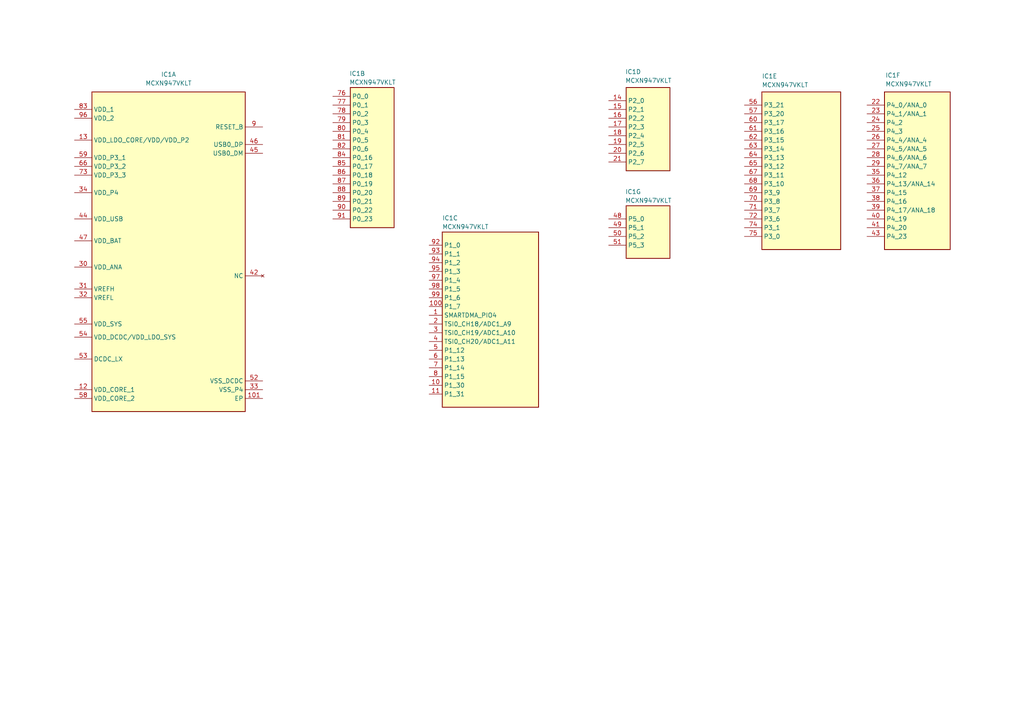
<source format=kicad_sch>
(kicad_sch (version 20250114) (generator "eeschema") (generator_version "9.0")
  (paper "A4")
  (lib_symbols
    (symbol "oresat-ics:MCXN947VKLT"
      (property "Reference" "IC1" (at 6.35 4.572 0))
      (property "Value" "MCXN947VKLT" (at 6.35 2.032 0))
      (symbol "MCXN947VKLT_1_1"
        (rectangle (start 0 0) (end 44.45 -92.71) (stroke (width 0.254)) (fill (type background)))
        (pin passive line (at -5.08 -5.08 0) (length 5.08) (name "VDD_1") (number "83"))
        (pin passive line (at -5.08 -7.62 0) (length 5.08) (name "VDD_2") (number "96"))
        (pin passive line (at -5.08 -13.97 0) (length 5.08) (name "VDD_LDO_CORE/VDD/VDD_P2") (number "13"))
        (pin passive line (at -5.08 -19.05 0) (length 5.08) (name "VDD_P3_1") (number "59"))
        (pin passive line (at -5.08 -21.59 0) (length 5.08) (name "VDD_P3_2") (number "66"))
        (pin passive line (at -5.08 -24.13 0) (length 5.08) (name "VDD_P3_3") (number "73"))
        (pin passive line (at -5.08 -29.21 0) (length 5.08) (name "VDD_P4") (number "34"))
        (pin passive line (at -5.08 -36.83 0) (length 5.08) (name "VDD_USB") (number "44"))
        (pin passive line (at -5.08 -43.18 0) (length 5.08) (name "VDD_BAT") (number "47"))
        (pin passive line (at -5.08 -50.8 0) (length 5.08) (name "VDD_ANA") (number "30"))
        (pin passive line (at -5.08 -57.15 0) (length 5.08) (name "VREFH") (number "31"))
        (pin passive line (at -5.08 -59.69 0) (length 5.08) (name "VREFL") (number "32"))
        (pin passive line (at -5.08 -67.31 0) (length 5.08) (name "VDD_SYS") (number "55"))
        (pin passive line (at -5.08 -71.12 0) (length 5.08) (name "VDD_DCDC/VDD_LDO_SYS") (number "54"))
        (pin passive line (at -5.08 -77.47 0) (length 5.08) (name "DCDC_LX") (number "53"))
        (pin passive line (at -5.08 -86.36 0) (length 5.08) (name "VDD_CORE_1") (number "12"))
        (pin passive line (at -5.08 -88.9 0) (length 5.08) (name "VDD_CORE_2") (number "58"))
        (pin passive line (at 49.53 -10.16 180) (length 5.08) (name "RESET_B") (number "9"))
        (pin passive line (at 49.53 -15.24 180) (length 5.08) (name "USB0_DP") (number "46"))
        (pin passive line (at 49.53 -17.78 180) (length 5.08) (name "USB0_DM") (number "45"))
        (pin no_connect line (at 49.53 -53.34 180) (length 5.08) (name "NC") (number "42"))
        (pin passive line (at 49.53 -83.82 180) (length 5.08) (name "VSS_DCDC") (number "52"))
        (pin passive line (at 49.53 -86.36 180) (length 5.08) (name "VSS_P4") (number "33"))
        (pin passive line (at 49.53 -88.9 180) (length 5.08) (name "EP") (number "101"))
      )
      (symbol "MCXN947VKLT_2_1"
        (rectangle (start 0 0) (end 12.7 -40.64) (stroke (width 0.254)) (fill (type background)))
        (pin passive line (at -5.08 -2.54 0) (length 5.08) (name "P0_0") (number "76"))
        (pin passive line (at -5.08 -5.08 0) (length 5.08) (name "P0_1") (number "77"))
        (pin passive line (at -5.08 -7.62 0) (length 5.08) (name "P0_2") (number "78"))
        (pin passive line (at -5.08 -10.16 0) (length 5.08) (name "P0_3") (number "79"))
        (pin passive line (at -5.08 -12.7 0) (length 5.08) (name "P0_4") (number "80"))
        (pin passive line (at -5.08 -15.24 0) (length 5.08) (name "P0_5") (number "81"))
        (pin passive line (at -5.08 -17.78 0) (length 5.08) (name "P0_6") (number "82"))
        (pin passive line (at -5.08 -20.32 0) (length 5.08) (name "P0_16") (number "84"))
        (pin passive line (at -5.08 -22.86 0) (length 5.08) (name "P0_17") (number "85"))
        (pin passive line (at -5.08 -25.4 0) (length 5.08) (name "P0_18") (number "86"))
        (pin passive line (at -5.08 -27.94 0) (length 5.08) (name "P0_19") (number "87"))
        (pin passive line (at -5.08 -30.48 0) (length 5.08) (name "P0_20") (number "88"))
        (pin passive line (at -5.08 -33.02 0) (length 5.08) (name "P0_21") (number "89"))
        (pin passive line (at -5.08 -35.56 0) (length 5.08) (name "P0_22") (number "90"))
        (pin passive line (at -5.08 -38.1 0) (length 5.08) (name "P0_23") (number "91"))
      )
      (symbol "MCXN947VKLT_3_1"
        (rectangle (start 0 0) (end 27.94 -50.8) (stroke (width 0.254)) (fill (type background)))
        (pin passive line (at -3.81 -3.81 0) (length 3.81) (name "P1_0") (number "92"))
        (pin passive line (at -3.81 -6.35 0) (length 3.81) (name "P1_1") (number "93"))
        (pin passive line (at -3.81 -8.89 0) (length 3.81) (name "P1_2") (number "94"))
        (pin passive line (at -3.81 -11.43 0) (length 3.81) (name "P1_3") (number "95"))
        (pin passive line (at -3.81 -13.97 0) (length 3.81) (name "P1_4") (number "97"))
        (pin passive line (at -3.81 -16.51 0) (length 3.81) (name "P1_5") (number "98"))
        (pin passive line (at -3.81 -19.05 0) (length 3.81) (name "P1_6") (number "99"))
        (pin passive line (at -3.81 -21.59 0) (length 3.81) (name "P1_7") (number "100"))
        (pin passive line (at -3.81 -24.13 0) (length 3.81) (name "P1_8") (number "1") (alternate "SMARTDMA_PIO4" passive line))
        (pin passive line (at -3.81 -26.67 0) (length 3.81) (name "P1_9") (number "2") (alternate "TSI0_CH18/ADC1_A9" passive line))
        (pin passive line (at -3.81 -29.21 0) (length 3.81) (name "P1_10") (number "3") (alternate "TSI0_CH19/ADC1_A10" passive line))
        (pin passive line (at -3.81 -31.75 0) (length 3.81) (name "P1_11") (number "4") (alternate "TSI0_CH20/ADC1_A11" passive line))
        (pin passive line (at -3.81 -34.29 0) (length 3.81) (name "P1_12") (number "5"))
        (pin passive line (at -3.81 -36.83 0) (length 3.81) (name "P1_13") (number "6"))
        (pin passive line (at -3.81 -39.37 0) (length 3.81) (name "P1_14") (number "7"))
        (pin passive line (at -3.81 -41.91 0) (length 3.81) (name "P1_15") (number "8"))
        (pin passive line (at -3.81 -44.45 0) (length 3.81) (name "P1_30") (number "10"))
        (pin passive line (at -3.81 -46.99 0) (length 3.81) (name "P1_31") (number "11"))
      )
      (symbol "MCXN947VKLT_4_1"
        (rectangle (start 0 0) (end 12.7 -24.13) (stroke (width 0.254)) (fill (type background)))
        (pin passive line (at -5.08 -3.81 0) (length 5.08) (name "P2_0") (number "14"))
        (pin passive line (at -5.08 -6.35 0) (length 5.08) (name "P2_1") (number "15"))
        (pin passive line (at -5.08 -8.89 0) (length 5.08) (name "P2_2") (number "16"))
        (pin passive line (at -5.08 -11.43 0) (length 5.08) (name "P2_3") (number "17"))
        (pin passive line (at -5.08 -13.97 0) (length 5.08) (name "P2_4") (number "18"))
        (pin passive line (at -5.08 -16.51 0) (length 5.08) (name "P2_5") (number "19"))
        (pin passive line (at -5.08 -19.05 0) (length 5.08) (name "P2_6") (number "20"))
        (pin passive line (at -5.08 -21.59 0) (length 5.08) (name "P2_7") (number "21"))
      )
      (symbol "MCXN947VKLT_5_1"
        (rectangle (start 0 0) (end 22.86 -45.72) (stroke (width 0.254)) (fill (type background)))
        (pin passive line (at -5.08 -3.81 0) (length 5.08) (name "P3_21") (number "56"))
        (pin passive line (at -5.08 -6.35 0) (length 5.08) (name "P3_20") (number "57"))
        (pin passive line (at -5.08 -8.89 0) (length 5.08) (name "P3_17") (number "60"))
        (pin passive line (at -5.08 -11.43 0) (length 5.08) (name "P3_16") (number "61"))
        (pin passive line (at -5.08 -13.97 0) (length 5.08) (name "P3_15") (number "62"))
        (pin passive line (at -5.08 -16.51 0) (length 5.08) (name "P3_14") (number "63"))
        (pin passive line (at -5.08 -19.05 0) (length 5.08) (name "P3_13") (number "64"))
        (pin passive line (at -5.08 -21.59 0) (length 5.08) (name "P3_12") (number "65"))
        (pin passive line (at -5.08 -24.13 0) (length 5.08) (name "P3_11") (number "67"))
        (pin passive line (at -5.08 -26.67 0) (length 5.08) (name "P3_10") (number "68"))
        (pin passive line (at -5.08 -29.21 0) (length 5.08) (name "P3_9") (number "69"))
        (pin passive line (at -5.08 -31.75 0) (length 5.08) (name "P3_8") (number "70"))
        (pin passive line (at -5.08 -34.29 0) (length 5.08) (name "P3_7") (number "71"))
        (pin passive line (at -5.08 -36.83 0) (length 5.08) (name "P3_6") (number "72"))
        (pin passive line (at -5.08 -39.37 0) (length 5.08) (name "P3_1") (number "74"))
        (pin passive line (at -5.08 -41.91 0) (length 5.08) (name "P3_0") (number "75"))
      )
      (symbol "MCXN947VKLT_6_1"
        (rectangle (start 0 0) (end 19.05 -45.72) (stroke (width 0.254)) (fill (type background)))
        (pin passive line (at -5.08 -3.81 0) (length 5.08) (name "P4_0/ANA_0") (number "22"))
        (pin passive line (at -5.08 -6.35 0) (length 5.08) (name "P4_1/ANA_1") (number "23"))
        (pin passive line (at -5.08 -8.89 0) (length 5.08) (name "P4_2") (number "24"))
        (pin passive line (at -5.08 -11.43 0) (length 5.08) (name "P4_3") (number "25"))
        (pin passive line (at -5.08 -13.97 0) (length 5.08) (name "P4_4/ANA_4") (number "26"))
        (pin passive line (at -5.08 -16.51 0) (length 5.08) (name "P4_5/ANA_5") (number "27"))
        (pin passive line (at -5.08 -19.05 0) (length 5.08) (name "P4_6/ANA_6") (number "28"))
        (pin passive line (at -5.08 -21.59 0) (length 5.08) (name "P4_7/ANA_7") (number "29"))
        (pin passive line (at -5.08 -24.13 0) (length 5.08) (name "P4_12") (number "35"))
        (pin passive line (at -5.08 -26.67 0) (length 5.08) (name "P4_13/ANA_14") (number "36"))
        (pin passive line (at -5.08 -29.21 0) (length 5.08) (name "P4_15") (number "37"))
        (pin passive line (at -5.08 -31.75 0) (length 5.08) (name "P4_16") (number "38"))
        (pin passive line (at -5.08 -34.29 0) (length 5.08) (name "P4_17/ANA_18") (number "39"))
        (pin passive line (at -5.08 -36.83 0) (length 5.08) (name "P4_19") (number "40"))
        (pin passive line (at -5.08 -39.37 0) (length 5.08) (name "P4_20") (number "41"))
        (pin passive line (at -5.08 -41.91 0) (length 5.08) (name "P4_23") (number "43"))
      )
      (symbol "MCXN947VKLT_7_1"
        (rectangle (start 0 0) (end 12.7 -15.24) (stroke (width 0.254)) (fill (type background)))
        (pin passive line (at -5.08 -3.81 0) (length 5.08) (name "P5_0") (number "48"))
        (pin passive line (at -5.08 -6.35 0) (length 5.08) (name "P5_1") (number "49"))
        (pin passive line (at -5.08 -8.89 0) (length 5.08) (name "P5_2") (number "50"))
        (pin passive line (at -5.08 -11.43 0) (length 5.08) (name "P5_3") (number "51"))
      )
    )
  )
  (symbol (lib_id "oresat-ics:MCXN947VKLT") (at 101.6 25.4 0) (unit 2)
    (property "Reference" "IC1" (at 101.346 21.336 0) (effects (justify left)))
    (property "Value" "MCXN947VKLT" (at 101.346 23.876 0) (effects (justify left)))
    (property "Footprint" "oresat-ics:MCXN947KVLT-QFP50P1600X1600X160-101N" (effects (hide yes)))
    (property "Datasheet" "https://www.nxp.com/docs/en/data-sheet/MCXNx4xDS.pdf" (effects (hide yes)))
    (property "Description" "ARM Microcontrollers - MCU MCXN10, 100HLQFP (also MCXN947VNLT)" (effects (hide yes)))
    (property "Height" "1.6" (effects (hide yes)))
    (property "Manufacturer_Name" "NXP" (effects (hide yes)))
    (property "Manufacturer_Part_Number" "MCXN947VNLT" (effects (hide yes)))
    (property "Mouser Part Number" "771-MCXN947VNLT" (effects (hide yes)))
    (property "Mouser Price/Stock" "https://www.mouser.co.uk/ProductDetail/NXP-Semiconductors/MCXN947VNLT?qs=Z%252BL2brAPG1JdBwTv%2FdATDA%3D%3D" (effects (hide yes)))
    (property "Arrow Part Number" "MCXN947VNLT" (effects (hide yes)))
    (property "Arrow Price/Stock" "https://www.arrow.com/en/products/mcxn947vnlt/nxp-semiconductors?utm_currency=USD&region=nac" (effects (hide yes)))
    (property "MFR" "NXP" (effects (hide yes)))
    (property "MPN" "MCXN947VKLT" (effects (hide yes)))
    (pin "1" (alternate "SMARTDMA_PIO4"))
    (pin "3" (alternate "TSI0_CH19/ADC1_A10"))
    (pin "2" (alternate "TSI0_CH18/ADC1_A9"))
    (pin "4" (alternate "TSI0_CH20/ADC1_A11"))
  )
  (symbol (lib_id "oresat-ics:MCXN947VKLT") (at 181.61 25.4 0) (unit 4)
    (property "Reference" "IC1" (at 181.356 20.828 0) (effects (justify left)))
    (property "Value" "MCXN947VKLT" (at 181.356 23.368 0) (effects (justify left)))
    (property "Footprint" "oresat-ics:MCXN947KVLT-QFP50P1600X1600X160-101N" (effects (hide yes)))
    (property "Datasheet" "https://www.nxp.com/docs/en/data-sheet/MCXNx4xDS.pdf" (effects (hide yes)))
    (property "Description" "ARM Microcontrollers - MCU MCXN10, 100HLQFP (also MCXN947VNLT)" (effects (hide yes)))
    (property "Height" "1.6" (effects (hide yes)))
    (property "Manufacturer_Name" "NXP" (effects (hide yes)))
    (property "Manufacturer_Part_Number" "MCXN947VNLT" (effects (hide yes)))
    (property "Mouser Part Number" "771-MCXN947VNLT" (effects (hide yes)))
    (property "Mouser Price/Stock" "https://www.mouser.co.uk/ProductDetail/NXP-Semiconductors/MCXN947VNLT?qs=Z%252BL2brAPG1JdBwTv%2FdATDA%3D%3D" (effects (hide yes)))
    (property "Arrow Part Number" "MCXN947VNLT" (effects (hide yes)))
    (property "Arrow Price/Stock" "https://www.arrow.com/en/products/mcxn947vnlt/nxp-semiconductors?utm_currency=USD&region=nac" (effects (hide yes)))
    (property "MFR" "NXP" (effects (hide yes)))
    (property "MPN" "MCXN947VKLT" (effects (hide yes)))
    (pin "1" (alternate "SMARTDMA_PIO4"))
    (pin "3" (alternate "TSI0_CH19/ADC1_A10"))
    (pin "2" (alternate "TSI0_CH18/ADC1_A9"))
    (pin "4" (alternate "TSI0_CH20/ADC1_A11"))
  )
  (symbol (lib_id "oresat-ics:MCXN947VKLT") (at 128.27 67.31 0) (unit 3)
    (property "Reference" "IC1" (at 128.27 63.246 0) (effects (justify left)))
    (property "Value" "MCXN947VKLT" (at 128.27 65.786 0) (effects (justify left)))
    (property "Footprint" "oresat-ics:MCXN947KVLT-QFP50P1600X1600X160-101N" (effects (hide yes)))
    (property "Datasheet" "https://www.nxp.com/docs/en/data-sheet/MCXNx4xDS.pdf" (effects (hide yes)))
    (property "Description" "ARM Microcontrollers - MCU MCXN10, 100HLQFP (also MCXN947VNLT)" (effects (hide yes)))
    (property "Height" "1.6" (effects (hide yes)))
    (property "Manufacturer_Name" "NXP" (effects (hide yes)))
    (property "Manufacturer_Part_Number" "MCXN947VNLT" (effects (hide yes)))
    (property "Mouser Part Number" "771-MCXN947VNLT" (effects (hide yes)))
    (property "Mouser Price/Stock" "https://www.mouser.co.uk/ProductDetail/NXP-Semiconductors/MCXN947VNLT?qs=Z%252BL2brAPG1JdBwTv%2FdATDA%3D%3D" (effects (hide yes)))
    (property "Arrow Part Number" "MCXN947VNLT" (effects (hide yes)))
    (property "Arrow Price/Stock" "https://www.arrow.com/en/products/mcxn947vnlt/nxp-semiconductors?utm_currency=USD&region=nac" (effects (hide yes)))
    (property "MFR" "NXP" (effects (hide yes)))
    (property "MPN" "MCXN947VKLT" (effects (hide yes)))
    (pin "1" (alternate "SMARTDMA_PIO4"))
    (pin "3" (alternate "TSI0_CH19/ADC1_A10"))
    (pin "2" (alternate "TSI0_CH18/ADC1_A9"))
    (pin "4" (alternate "TSI0_CH20/ADC1_A11"))
  )
  (symbol (lib_id "oresat-ics:MCXN947VKLT") (at 181.61 59.69 0) (unit 7)
    (property "Reference" "IC1" (at 181.356 55.626 0) (effects (justify left)))
    (property "Value" "MCXN947VKLT" (at 181.356 58.166 0) (effects (justify left)))
    (property "Footprint" "oresat-ics:MCXN947KVLT-QFP50P1600X1600X160-101N" (effects (hide yes)))
    (property "Datasheet" "https://www.nxp.com/docs/en/data-sheet/MCXNx4xDS.pdf" (effects (hide yes)))
    (property "Description" "ARM Microcontrollers - MCU MCXN10, 100HLQFP (also MCXN947VNLT)" (effects (hide yes)))
    (property "Height" "1.6" (effects (hide yes)))
    (property "Manufacturer_Name" "NXP" (effects (hide yes)))
    (property "Manufacturer_Part_Number" "MCXN947VNLT" (effects (hide yes)))
    (property "Mouser Part Number" "771-MCXN947VNLT" (effects (hide yes)))
    (property "Mouser Price/Stock" "https://www.mouser.co.uk/ProductDetail/NXP-Semiconductors/MCXN947VNLT?qs=Z%252BL2brAPG1JdBwTv%2FdATDA%3D%3D" (effects (hide yes)))
    (property "Arrow Part Number" "MCXN947VNLT" (effects (hide yes)))
    (property "Arrow Price/Stock" "https://www.arrow.com/en/products/mcxn947vnlt/nxp-semiconductors?utm_currency=USD&region=nac" (effects (hide yes)))
    (property "MFR" "NXP" (effects (hide yes)))
    (property "MPN" "MCXN947VKLT" (effects (hide yes)))
    (pin "1" (alternate "SMARTDMA_PIO4"))
    (pin "3" (alternate "TSI0_CH19/ADC1_A10"))
    (pin "2" (alternate "TSI0_CH18/ADC1_A9"))
    (pin "4" (alternate "TSI0_CH20/ADC1_A11"))
  )
  (symbol (lib_id "oresat-ics:MCXN947VKLT") (at 220.98 26.67 0) (unit 5)
    (property "Reference" "IC1" (at 220.98 22.098 0) (effects (justify left)))
    (property "Value" "MCXN947VKLT" (at 220.98 24.638 0) (effects (justify left)))
    (property "Footprint" "oresat-ics:MCXN947KVLT-QFP50P1600X1600X160-101N" (effects (hide yes)))
    (property "Datasheet" "https://www.nxp.com/docs/en/data-sheet/MCXNx4xDS.pdf" (effects (hide yes)))
    (property "Description" "ARM Microcontrollers - MCU MCXN10, 100HLQFP (also MCXN947VNLT)" (effects (hide yes)))
    (property "Height" "1.6" (effects (hide yes)))
    (property "Manufacturer_Name" "NXP" (effects (hide yes)))
    (property "Manufacturer_Part_Number" "MCXN947VNLT" (effects (hide yes)))
    (property "Mouser Part Number" "771-MCXN947VNLT" (effects (hide yes)))
    (property "Mouser Price/Stock" "https://www.mouser.co.uk/ProductDetail/NXP-Semiconductors/MCXN947VNLT?qs=Z%252BL2brAPG1JdBwTv%2FdATDA%3D%3D" (effects (hide yes)))
    (property "Arrow Part Number" "MCXN947VNLT" (effects (hide yes)))
    (property "Arrow Price/Stock" "https://www.arrow.com/en/products/mcxn947vnlt/nxp-semiconductors?utm_currency=USD&region=nac" (effects (hide yes)))
    (property "MFR" "NXP" (effects (hide yes)))
    (property "MPN" "MCXN947VKLT" (effects (hide yes)))
    (pin "1" (alternate "SMARTDMA_PIO4"))
    (pin "3" (alternate "TSI0_CH19/ADC1_A10"))
    (pin "2" (alternate "TSI0_CH18/ADC1_A9"))
    (pin "4" (alternate "TSI0_CH20/ADC1_A11"))
  )
  (symbol (lib_id "oresat-ics:MCXN947VKLT") (at 256.54 26.67 0) (unit 6)
    (property "Reference" "IC1" (at 256.794 21.844 0) (effects (justify left)))
    (property "Value" "MCXN947VKLT" (at 256.794 24.384 0) (effects (justify left)))
    (property "Footprint" "oresat-ics:MCXN947KVLT-QFP50P1600X1600X160-101N" (effects (hide yes)))
    (property "Datasheet" "https://www.nxp.com/docs/en/data-sheet/MCXNx4xDS.pdf" (effects (hide yes)))
    (property "Description" "ARM Microcontrollers - MCU MCXN10, 100HLQFP (also MCXN947VNLT)" (effects (hide yes)))
    (property "Height" "1.6" (effects (hide yes)))
    (property "Manufacturer_Name" "NXP" (effects (hide yes)))
    (property "Manufacturer_Part_Number" "MCXN947VNLT" (effects (hide yes)))
    (property "Mouser Part Number" "771-MCXN947VNLT" (effects (hide yes)))
    (property "Mouser Price/Stock" "https://www.mouser.co.uk/ProductDetail/NXP-Semiconductors/MCXN947VNLT?qs=Z%252BL2brAPG1JdBwTv%2FdATDA%3D%3D" (effects (hide yes)))
    (property "Arrow Part Number" "MCXN947VNLT" (effects (hide yes)))
    (property "Arrow Price/Stock" "https://www.arrow.com/en/products/mcxn947vnlt/nxp-semiconductors?utm_currency=USD&region=nac" (effects (hide yes)))
    (property "MFR" "NXP" (effects (hide yes)))
    (property "MPN" "MCXN947VKLT" (effects (hide yes)))
    (pin "1" (alternate "SMARTDMA_PIO4"))
    (pin "3" (alternate "TSI0_CH19/ADC1_A10"))
    (pin "2" (alternate "TSI0_CH18/ADC1_A9"))
    (pin "4" (alternate "TSI0_CH20/ADC1_A11"))
  )
  (symbol (lib_id "oresat-ics:MCXN947VKLT") (at 26.67 26.67 0) (unit 1)
    (property "Reference" "IC1" (at 48.895 21.59 0))
    (property "Value" "MCXN947VKLT" (at 48.895 24.13 0))
    (property "Footprint" "oresat-ics:MCXN947KVLT-QFP50P1600X1600X160-101N" (effects (hide yes)))
    (property "Datasheet" "https://www.nxp.com/docs/en/data-sheet/MCXNx4xDS.pdf" (effects (hide yes)))
    (property "Description" "ARM Microcontrollers - MCU MCXN10, 100HLQFP (also MCXN947VNLT)" (effects (hide yes)))
    (property "Height" "1.6" (effects (hide yes)))
    (property "Manufacturer_Name" "NXP" (effects (hide yes)))
    (property "Manufacturer_Part_Number" "MCXN947VNLT" (effects (hide yes)))
    (property "Mouser Part Number" "771-MCXN947VNLT" (effects (hide yes)))
    (property "Mouser Price/Stock" "https://www.mouser.co.uk/ProductDetail/NXP-Semiconductors/MCXN947VNLT?qs=Z%252BL2brAPG1JdBwTv%2FdATDA%3D%3D" (effects (hide yes)))
    (property "Arrow Part Number" "MCXN947VNLT" (effects (hide yes)))
    (property "Arrow Price/Stock" "https://www.arrow.com/en/products/mcxn947vnlt/nxp-semiconductors?utm_currency=USD&region=nac" (effects (hide yes)))
    (property "MFR" "NXP" (effects (hide yes)))
    (property "MPN" "MCXN947VKLT" (effects (hide yes)))
    (pin "1" (alternate "SMARTDMA_PIO4"))
    (pin "3" (alternate "TSI0_CH19/ADC1_A10"))
    (pin "2" (alternate "TSI0_CH18/ADC1_A9"))
    (pin "4" (alternate "TSI0_CH20/ADC1_A11"))
  )
)
</source>
